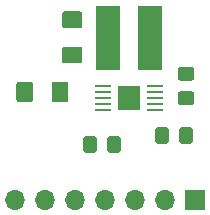
<source format=gbr>
G04 #@! TF.GenerationSoftware,KiCad,Pcbnew,(5.1.4)-1*
G04 #@! TF.CreationDate,2019-12-05T12:54:36-06:00*
G04 #@! TF.ProjectId,LTC3388_v004,4c544333-3338-4385-9f76-3030342e6b69,rev?*
G04 #@! TF.SameCoordinates,Original*
G04 #@! TF.FileFunction,Soldermask,Top*
G04 #@! TF.FilePolarity,Negative*
%FSLAX46Y46*%
G04 Gerber Fmt 4.6, Leading zero omitted, Abs format (unit mm)*
G04 Created by KiCad (PCBNEW (5.1.4)-1) date 2019-12-05 12:54:36*
%MOMM*%
%LPD*%
G04 APERTURE LIST*
%ADD10R,1.930400X2.159000*%
%ADD11R,1.397000X0.279400*%
%ADD12R,1.700000X1.700000*%
%ADD13O,1.700000X1.700000*%
%ADD14C,0.100000*%
%ADD15C,1.425000*%
%ADD16C,1.150000*%
%ADD17R,2.000000X5.510000*%
G04 APERTURE END LIST*
D10*
X159512000Y-100330000D03*
D11*
X157327600Y-101330760D03*
X157327600Y-100830381D03*
X157327600Y-100330000D03*
X157327600Y-99829619D03*
X157327600Y-99329240D03*
X161696400Y-99329240D03*
X161696400Y-99829619D03*
X161696400Y-100330000D03*
X161696400Y-100830381D03*
X161696400Y-101330760D03*
D12*
X165100000Y-108966000D03*
D13*
X162560000Y-108966000D03*
X160020000Y-108966000D03*
X157480000Y-108966000D03*
X154940000Y-108966000D03*
X152400000Y-108966000D03*
X149860000Y-108966000D03*
D14*
G36*
X155335504Y-95989704D02*
G01*
X155359773Y-95993304D01*
X155383571Y-95999265D01*
X155406671Y-96007530D01*
X155428849Y-96018020D01*
X155449893Y-96030633D01*
X155469598Y-96045247D01*
X155487777Y-96061723D01*
X155504253Y-96079902D01*
X155518867Y-96099607D01*
X155531480Y-96120651D01*
X155541970Y-96142829D01*
X155550235Y-96165929D01*
X155556196Y-96189727D01*
X155559796Y-96213996D01*
X155561000Y-96238500D01*
X155561000Y-97163500D01*
X155559796Y-97188004D01*
X155556196Y-97212273D01*
X155550235Y-97236071D01*
X155541970Y-97259171D01*
X155531480Y-97281349D01*
X155518867Y-97302393D01*
X155504253Y-97322098D01*
X155487777Y-97340277D01*
X155469598Y-97356753D01*
X155449893Y-97371367D01*
X155428849Y-97383980D01*
X155406671Y-97394470D01*
X155383571Y-97402735D01*
X155359773Y-97408696D01*
X155335504Y-97412296D01*
X155311000Y-97413500D01*
X154061000Y-97413500D01*
X154036496Y-97412296D01*
X154012227Y-97408696D01*
X153988429Y-97402735D01*
X153965329Y-97394470D01*
X153943151Y-97383980D01*
X153922107Y-97371367D01*
X153902402Y-97356753D01*
X153884223Y-97340277D01*
X153867747Y-97322098D01*
X153853133Y-97302393D01*
X153840520Y-97281349D01*
X153830030Y-97259171D01*
X153821765Y-97236071D01*
X153815804Y-97212273D01*
X153812204Y-97188004D01*
X153811000Y-97163500D01*
X153811000Y-96238500D01*
X153812204Y-96213996D01*
X153815804Y-96189727D01*
X153821765Y-96165929D01*
X153830030Y-96142829D01*
X153840520Y-96120651D01*
X153853133Y-96099607D01*
X153867747Y-96079902D01*
X153884223Y-96061723D01*
X153902402Y-96045247D01*
X153922107Y-96030633D01*
X153943151Y-96018020D01*
X153965329Y-96007530D01*
X153988429Y-95999265D01*
X154012227Y-95993304D01*
X154036496Y-95989704D01*
X154061000Y-95988500D01*
X155311000Y-95988500D01*
X155335504Y-95989704D01*
X155335504Y-95989704D01*
G37*
D15*
X154686000Y-96701000D03*
D14*
G36*
X155335504Y-93014704D02*
G01*
X155359773Y-93018304D01*
X155383571Y-93024265D01*
X155406671Y-93032530D01*
X155428849Y-93043020D01*
X155449893Y-93055633D01*
X155469598Y-93070247D01*
X155487777Y-93086723D01*
X155504253Y-93104902D01*
X155518867Y-93124607D01*
X155531480Y-93145651D01*
X155541970Y-93167829D01*
X155550235Y-93190929D01*
X155556196Y-93214727D01*
X155559796Y-93238996D01*
X155561000Y-93263500D01*
X155561000Y-94188500D01*
X155559796Y-94213004D01*
X155556196Y-94237273D01*
X155550235Y-94261071D01*
X155541970Y-94284171D01*
X155531480Y-94306349D01*
X155518867Y-94327393D01*
X155504253Y-94347098D01*
X155487777Y-94365277D01*
X155469598Y-94381753D01*
X155449893Y-94396367D01*
X155428849Y-94408980D01*
X155406671Y-94419470D01*
X155383571Y-94427735D01*
X155359773Y-94433696D01*
X155335504Y-94437296D01*
X155311000Y-94438500D01*
X154061000Y-94438500D01*
X154036496Y-94437296D01*
X154012227Y-94433696D01*
X153988429Y-94427735D01*
X153965329Y-94419470D01*
X153943151Y-94408980D01*
X153922107Y-94396367D01*
X153902402Y-94381753D01*
X153884223Y-94365277D01*
X153867747Y-94347098D01*
X153853133Y-94327393D01*
X153840520Y-94306349D01*
X153830030Y-94284171D01*
X153821765Y-94261071D01*
X153815804Y-94237273D01*
X153812204Y-94213004D01*
X153811000Y-94188500D01*
X153811000Y-93263500D01*
X153812204Y-93238996D01*
X153815804Y-93214727D01*
X153821765Y-93190929D01*
X153830030Y-93167829D01*
X153840520Y-93145651D01*
X153853133Y-93124607D01*
X153867747Y-93104902D01*
X153884223Y-93086723D01*
X153902402Y-93070247D01*
X153922107Y-93055633D01*
X153943151Y-93043020D01*
X153965329Y-93032530D01*
X153988429Y-93024265D01*
X154012227Y-93018304D01*
X154036496Y-93014704D01*
X154061000Y-93013500D01*
X155311000Y-93013500D01*
X155335504Y-93014704D01*
X155335504Y-93014704D01*
G37*
D15*
X154686000Y-93726000D03*
D14*
G36*
X164812505Y-97715204D02*
G01*
X164836773Y-97718804D01*
X164860572Y-97724765D01*
X164883671Y-97733030D01*
X164905850Y-97743520D01*
X164926893Y-97756132D01*
X164946599Y-97770747D01*
X164964777Y-97787223D01*
X164981253Y-97805401D01*
X164995868Y-97825107D01*
X165008480Y-97846150D01*
X165018970Y-97868329D01*
X165027235Y-97891428D01*
X165033196Y-97915227D01*
X165036796Y-97939495D01*
X165038000Y-97963999D01*
X165038000Y-98614001D01*
X165036796Y-98638505D01*
X165033196Y-98662773D01*
X165027235Y-98686572D01*
X165018970Y-98709671D01*
X165008480Y-98731850D01*
X164995868Y-98752893D01*
X164981253Y-98772599D01*
X164964777Y-98790777D01*
X164946599Y-98807253D01*
X164926893Y-98821868D01*
X164905850Y-98834480D01*
X164883671Y-98844970D01*
X164860572Y-98853235D01*
X164836773Y-98859196D01*
X164812505Y-98862796D01*
X164788001Y-98864000D01*
X163887999Y-98864000D01*
X163863495Y-98862796D01*
X163839227Y-98859196D01*
X163815428Y-98853235D01*
X163792329Y-98844970D01*
X163770150Y-98834480D01*
X163749107Y-98821868D01*
X163729401Y-98807253D01*
X163711223Y-98790777D01*
X163694747Y-98772599D01*
X163680132Y-98752893D01*
X163667520Y-98731850D01*
X163657030Y-98709671D01*
X163648765Y-98686572D01*
X163642804Y-98662773D01*
X163639204Y-98638505D01*
X163638000Y-98614001D01*
X163638000Y-97963999D01*
X163639204Y-97939495D01*
X163642804Y-97915227D01*
X163648765Y-97891428D01*
X163657030Y-97868329D01*
X163667520Y-97846150D01*
X163680132Y-97825107D01*
X163694747Y-97805401D01*
X163711223Y-97787223D01*
X163729401Y-97770747D01*
X163749107Y-97756132D01*
X163770150Y-97743520D01*
X163792329Y-97733030D01*
X163815428Y-97724765D01*
X163839227Y-97718804D01*
X163863495Y-97715204D01*
X163887999Y-97714000D01*
X164788001Y-97714000D01*
X164812505Y-97715204D01*
X164812505Y-97715204D01*
G37*
D16*
X164338000Y-98289000D03*
D14*
G36*
X164812505Y-99765204D02*
G01*
X164836773Y-99768804D01*
X164860572Y-99774765D01*
X164883671Y-99783030D01*
X164905850Y-99793520D01*
X164926893Y-99806132D01*
X164946599Y-99820747D01*
X164964777Y-99837223D01*
X164981253Y-99855401D01*
X164995868Y-99875107D01*
X165008480Y-99896150D01*
X165018970Y-99918329D01*
X165027235Y-99941428D01*
X165033196Y-99965227D01*
X165036796Y-99989495D01*
X165038000Y-100013999D01*
X165038000Y-100664001D01*
X165036796Y-100688505D01*
X165033196Y-100712773D01*
X165027235Y-100736572D01*
X165018970Y-100759671D01*
X165008480Y-100781850D01*
X164995868Y-100802893D01*
X164981253Y-100822599D01*
X164964777Y-100840777D01*
X164946599Y-100857253D01*
X164926893Y-100871868D01*
X164905850Y-100884480D01*
X164883671Y-100894970D01*
X164860572Y-100903235D01*
X164836773Y-100909196D01*
X164812505Y-100912796D01*
X164788001Y-100914000D01*
X163887999Y-100914000D01*
X163863495Y-100912796D01*
X163839227Y-100909196D01*
X163815428Y-100903235D01*
X163792329Y-100894970D01*
X163770150Y-100884480D01*
X163749107Y-100871868D01*
X163729401Y-100857253D01*
X163711223Y-100840777D01*
X163694747Y-100822599D01*
X163680132Y-100802893D01*
X163667520Y-100781850D01*
X163657030Y-100759671D01*
X163648765Y-100736572D01*
X163642804Y-100712773D01*
X163639204Y-100688505D01*
X163638000Y-100664001D01*
X163638000Y-100013999D01*
X163639204Y-99989495D01*
X163642804Y-99965227D01*
X163648765Y-99941428D01*
X163657030Y-99918329D01*
X163667520Y-99896150D01*
X163680132Y-99875107D01*
X163694747Y-99855401D01*
X163711223Y-99837223D01*
X163729401Y-99820747D01*
X163749107Y-99806132D01*
X163770150Y-99793520D01*
X163792329Y-99783030D01*
X163815428Y-99774765D01*
X163839227Y-99768804D01*
X163863495Y-99765204D01*
X163887999Y-99764000D01*
X164788001Y-99764000D01*
X164812505Y-99765204D01*
X164812505Y-99765204D01*
G37*
D16*
X164338000Y-100339000D03*
D14*
G36*
X154157004Y-98948204D02*
G01*
X154181273Y-98951804D01*
X154205071Y-98957765D01*
X154228171Y-98966030D01*
X154250349Y-98976520D01*
X154271393Y-98989133D01*
X154291098Y-99003747D01*
X154309277Y-99020223D01*
X154325753Y-99038402D01*
X154340367Y-99058107D01*
X154352980Y-99079151D01*
X154363470Y-99101329D01*
X154371735Y-99124429D01*
X154377696Y-99148227D01*
X154381296Y-99172496D01*
X154382500Y-99197000D01*
X154382500Y-100447000D01*
X154381296Y-100471504D01*
X154377696Y-100495773D01*
X154371735Y-100519571D01*
X154363470Y-100542671D01*
X154352980Y-100564849D01*
X154340367Y-100585893D01*
X154325753Y-100605598D01*
X154309277Y-100623777D01*
X154291098Y-100640253D01*
X154271393Y-100654867D01*
X154250349Y-100667480D01*
X154228171Y-100677970D01*
X154205071Y-100686235D01*
X154181273Y-100692196D01*
X154157004Y-100695796D01*
X154132500Y-100697000D01*
X153207500Y-100697000D01*
X153182996Y-100695796D01*
X153158727Y-100692196D01*
X153134929Y-100686235D01*
X153111829Y-100677970D01*
X153089651Y-100667480D01*
X153068607Y-100654867D01*
X153048902Y-100640253D01*
X153030723Y-100623777D01*
X153014247Y-100605598D01*
X152999633Y-100585893D01*
X152987020Y-100564849D01*
X152976530Y-100542671D01*
X152968265Y-100519571D01*
X152962304Y-100495773D01*
X152958704Y-100471504D01*
X152957500Y-100447000D01*
X152957500Y-99197000D01*
X152958704Y-99172496D01*
X152962304Y-99148227D01*
X152968265Y-99124429D01*
X152976530Y-99101329D01*
X152987020Y-99079151D01*
X152999633Y-99058107D01*
X153014247Y-99038402D01*
X153030723Y-99020223D01*
X153048902Y-99003747D01*
X153068607Y-98989133D01*
X153089651Y-98976520D01*
X153111829Y-98966030D01*
X153134929Y-98957765D01*
X153158727Y-98951804D01*
X153182996Y-98948204D01*
X153207500Y-98947000D01*
X154132500Y-98947000D01*
X154157004Y-98948204D01*
X154157004Y-98948204D01*
G37*
D15*
X153670000Y-99822000D03*
D14*
G36*
X151182004Y-98948204D02*
G01*
X151206273Y-98951804D01*
X151230071Y-98957765D01*
X151253171Y-98966030D01*
X151275349Y-98976520D01*
X151296393Y-98989133D01*
X151316098Y-99003747D01*
X151334277Y-99020223D01*
X151350753Y-99038402D01*
X151365367Y-99058107D01*
X151377980Y-99079151D01*
X151388470Y-99101329D01*
X151396735Y-99124429D01*
X151402696Y-99148227D01*
X151406296Y-99172496D01*
X151407500Y-99197000D01*
X151407500Y-100447000D01*
X151406296Y-100471504D01*
X151402696Y-100495773D01*
X151396735Y-100519571D01*
X151388470Y-100542671D01*
X151377980Y-100564849D01*
X151365367Y-100585893D01*
X151350753Y-100605598D01*
X151334277Y-100623777D01*
X151316098Y-100640253D01*
X151296393Y-100654867D01*
X151275349Y-100667480D01*
X151253171Y-100677970D01*
X151230071Y-100686235D01*
X151206273Y-100692196D01*
X151182004Y-100695796D01*
X151157500Y-100697000D01*
X150232500Y-100697000D01*
X150207996Y-100695796D01*
X150183727Y-100692196D01*
X150159929Y-100686235D01*
X150136829Y-100677970D01*
X150114651Y-100667480D01*
X150093607Y-100654867D01*
X150073902Y-100640253D01*
X150055723Y-100623777D01*
X150039247Y-100605598D01*
X150024633Y-100585893D01*
X150012020Y-100564849D01*
X150001530Y-100542671D01*
X149993265Y-100519571D01*
X149987304Y-100495773D01*
X149983704Y-100471504D01*
X149982500Y-100447000D01*
X149982500Y-99197000D01*
X149983704Y-99172496D01*
X149987304Y-99148227D01*
X149993265Y-99124429D01*
X150001530Y-99101329D01*
X150012020Y-99079151D01*
X150024633Y-99058107D01*
X150039247Y-99038402D01*
X150055723Y-99020223D01*
X150073902Y-99003747D01*
X150093607Y-98989133D01*
X150114651Y-98976520D01*
X150136829Y-98966030D01*
X150159929Y-98957765D01*
X150183727Y-98951804D01*
X150207996Y-98948204D01*
X150232500Y-98947000D01*
X151157500Y-98947000D01*
X151182004Y-98948204D01*
X151182004Y-98948204D01*
G37*
D15*
X150695000Y-99822000D03*
D17*
X157770000Y-95250000D03*
X161290000Y-95250000D03*
D14*
G36*
X162646505Y-102806204D02*
G01*
X162670773Y-102809804D01*
X162694572Y-102815765D01*
X162717671Y-102824030D01*
X162739850Y-102834520D01*
X162760893Y-102847132D01*
X162780599Y-102861747D01*
X162798777Y-102878223D01*
X162815253Y-102896401D01*
X162829868Y-102916107D01*
X162842480Y-102937150D01*
X162852970Y-102959329D01*
X162861235Y-102982428D01*
X162867196Y-103006227D01*
X162870796Y-103030495D01*
X162872000Y-103054999D01*
X162872000Y-103955001D01*
X162870796Y-103979505D01*
X162867196Y-104003773D01*
X162861235Y-104027572D01*
X162852970Y-104050671D01*
X162842480Y-104072850D01*
X162829868Y-104093893D01*
X162815253Y-104113599D01*
X162798777Y-104131777D01*
X162780599Y-104148253D01*
X162760893Y-104162868D01*
X162739850Y-104175480D01*
X162717671Y-104185970D01*
X162694572Y-104194235D01*
X162670773Y-104200196D01*
X162646505Y-104203796D01*
X162622001Y-104205000D01*
X161971999Y-104205000D01*
X161947495Y-104203796D01*
X161923227Y-104200196D01*
X161899428Y-104194235D01*
X161876329Y-104185970D01*
X161854150Y-104175480D01*
X161833107Y-104162868D01*
X161813401Y-104148253D01*
X161795223Y-104131777D01*
X161778747Y-104113599D01*
X161764132Y-104093893D01*
X161751520Y-104072850D01*
X161741030Y-104050671D01*
X161732765Y-104027572D01*
X161726804Y-104003773D01*
X161723204Y-103979505D01*
X161722000Y-103955001D01*
X161722000Y-103054999D01*
X161723204Y-103030495D01*
X161726804Y-103006227D01*
X161732765Y-102982428D01*
X161741030Y-102959329D01*
X161751520Y-102937150D01*
X161764132Y-102916107D01*
X161778747Y-102896401D01*
X161795223Y-102878223D01*
X161813401Y-102861747D01*
X161833107Y-102847132D01*
X161854150Y-102834520D01*
X161876329Y-102824030D01*
X161899428Y-102815765D01*
X161923227Y-102809804D01*
X161947495Y-102806204D01*
X161971999Y-102805000D01*
X162622001Y-102805000D01*
X162646505Y-102806204D01*
X162646505Y-102806204D01*
G37*
D16*
X162297000Y-103505000D03*
D14*
G36*
X164696505Y-102806204D02*
G01*
X164720773Y-102809804D01*
X164744572Y-102815765D01*
X164767671Y-102824030D01*
X164789850Y-102834520D01*
X164810893Y-102847132D01*
X164830599Y-102861747D01*
X164848777Y-102878223D01*
X164865253Y-102896401D01*
X164879868Y-102916107D01*
X164892480Y-102937150D01*
X164902970Y-102959329D01*
X164911235Y-102982428D01*
X164917196Y-103006227D01*
X164920796Y-103030495D01*
X164922000Y-103054999D01*
X164922000Y-103955001D01*
X164920796Y-103979505D01*
X164917196Y-104003773D01*
X164911235Y-104027572D01*
X164902970Y-104050671D01*
X164892480Y-104072850D01*
X164879868Y-104093893D01*
X164865253Y-104113599D01*
X164848777Y-104131777D01*
X164830599Y-104148253D01*
X164810893Y-104162868D01*
X164789850Y-104175480D01*
X164767671Y-104185970D01*
X164744572Y-104194235D01*
X164720773Y-104200196D01*
X164696505Y-104203796D01*
X164672001Y-104205000D01*
X164021999Y-104205000D01*
X163997495Y-104203796D01*
X163973227Y-104200196D01*
X163949428Y-104194235D01*
X163926329Y-104185970D01*
X163904150Y-104175480D01*
X163883107Y-104162868D01*
X163863401Y-104148253D01*
X163845223Y-104131777D01*
X163828747Y-104113599D01*
X163814132Y-104093893D01*
X163801520Y-104072850D01*
X163791030Y-104050671D01*
X163782765Y-104027572D01*
X163776804Y-104003773D01*
X163773204Y-103979505D01*
X163772000Y-103955001D01*
X163772000Y-103054999D01*
X163773204Y-103030495D01*
X163776804Y-103006227D01*
X163782765Y-102982428D01*
X163791030Y-102959329D01*
X163801520Y-102937150D01*
X163814132Y-102916107D01*
X163828747Y-102896401D01*
X163845223Y-102878223D01*
X163863401Y-102861747D01*
X163883107Y-102847132D01*
X163904150Y-102834520D01*
X163926329Y-102824030D01*
X163949428Y-102815765D01*
X163973227Y-102809804D01*
X163997495Y-102806204D01*
X164021999Y-102805000D01*
X164672001Y-102805000D01*
X164696505Y-102806204D01*
X164696505Y-102806204D01*
G37*
D16*
X164347000Y-103505000D03*
D14*
G36*
X156541505Y-103568204D02*
G01*
X156565773Y-103571804D01*
X156589572Y-103577765D01*
X156612671Y-103586030D01*
X156634850Y-103596520D01*
X156655893Y-103609132D01*
X156675599Y-103623747D01*
X156693777Y-103640223D01*
X156710253Y-103658401D01*
X156724868Y-103678107D01*
X156737480Y-103699150D01*
X156747970Y-103721329D01*
X156756235Y-103744428D01*
X156762196Y-103768227D01*
X156765796Y-103792495D01*
X156767000Y-103816999D01*
X156767000Y-104717001D01*
X156765796Y-104741505D01*
X156762196Y-104765773D01*
X156756235Y-104789572D01*
X156747970Y-104812671D01*
X156737480Y-104834850D01*
X156724868Y-104855893D01*
X156710253Y-104875599D01*
X156693777Y-104893777D01*
X156675599Y-104910253D01*
X156655893Y-104924868D01*
X156634850Y-104937480D01*
X156612671Y-104947970D01*
X156589572Y-104956235D01*
X156565773Y-104962196D01*
X156541505Y-104965796D01*
X156517001Y-104967000D01*
X155866999Y-104967000D01*
X155842495Y-104965796D01*
X155818227Y-104962196D01*
X155794428Y-104956235D01*
X155771329Y-104947970D01*
X155749150Y-104937480D01*
X155728107Y-104924868D01*
X155708401Y-104910253D01*
X155690223Y-104893777D01*
X155673747Y-104875599D01*
X155659132Y-104855893D01*
X155646520Y-104834850D01*
X155636030Y-104812671D01*
X155627765Y-104789572D01*
X155621804Y-104765773D01*
X155618204Y-104741505D01*
X155617000Y-104717001D01*
X155617000Y-103816999D01*
X155618204Y-103792495D01*
X155621804Y-103768227D01*
X155627765Y-103744428D01*
X155636030Y-103721329D01*
X155646520Y-103699150D01*
X155659132Y-103678107D01*
X155673747Y-103658401D01*
X155690223Y-103640223D01*
X155708401Y-103623747D01*
X155728107Y-103609132D01*
X155749150Y-103596520D01*
X155771329Y-103586030D01*
X155794428Y-103577765D01*
X155818227Y-103571804D01*
X155842495Y-103568204D01*
X155866999Y-103567000D01*
X156517001Y-103567000D01*
X156541505Y-103568204D01*
X156541505Y-103568204D01*
G37*
D16*
X156192000Y-104267000D03*
D14*
G36*
X158591505Y-103568204D02*
G01*
X158615773Y-103571804D01*
X158639572Y-103577765D01*
X158662671Y-103586030D01*
X158684850Y-103596520D01*
X158705893Y-103609132D01*
X158725599Y-103623747D01*
X158743777Y-103640223D01*
X158760253Y-103658401D01*
X158774868Y-103678107D01*
X158787480Y-103699150D01*
X158797970Y-103721329D01*
X158806235Y-103744428D01*
X158812196Y-103768227D01*
X158815796Y-103792495D01*
X158817000Y-103816999D01*
X158817000Y-104717001D01*
X158815796Y-104741505D01*
X158812196Y-104765773D01*
X158806235Y-104789572D01*
X158797970Y-104812671D01*
X158787480Y-104834850D01*
X158774868Y-104855893D01*
X158760253Y-104875599D01*
X158743777Y-104893777D01*
X158725599Y-104910253D01*
X158705893Y-104924868D01*
X158684850Y-104937480D01*
X158662671Y-104947970D01*
X158639572Y-104956235D01*
X158615773Y-104962196D01*
X158591505Y-104965796D01*
X158567001Y-104967000D01*
X157916999Y-104967000D01*
X157892495Y-104965796D01*
X157868227Y-104962196D01*
X157844428Y-104956235D01*
X157821329Y-104947970D01*
X157799150Y-104937480D01*
X157778107Y-104924868D01*
X157758401Y-104910253D01*
X157740223Y-104893777D01*
X157723747Y-104875599D01*
X157709132Y-104855893D01*
X157696520Y-104834850D01*
X157686030Y-104812671D01*
X157677765Y-104789572D01*
X157671804Y-104765773D01*
X157668204Y-104741505D01*
X157667000Y-104717001D01*
X157667000Y-103816999D01*
X157668204Y-103792495D01*
X157671804Y-103768227D01*
X157677765Y-103744428D01*
X157686030Y-103721329D01*
X157696520Y-103699150D01*
X157709132Y-103678107D01*
X157723747Y-103658401D01*
X157740223Y-103640223D01*
X157758401Y-103623747D01*
X157778107Y-103609132D01*
X157799150Y-103596520D01*
X157821329Y-103586030D01*
X157844428Y-103577765D01*
X157868227Y-103571804D01*
X157892495Y-103568204D01*
X157916999Y-103567000D01*
X158567001Y-103567000D01*
X158591505Y-103568204D01*
X158591505Y-103568204D01*
G37*
D16*
X158242000Y-104267000D03*
M02*

</source>
